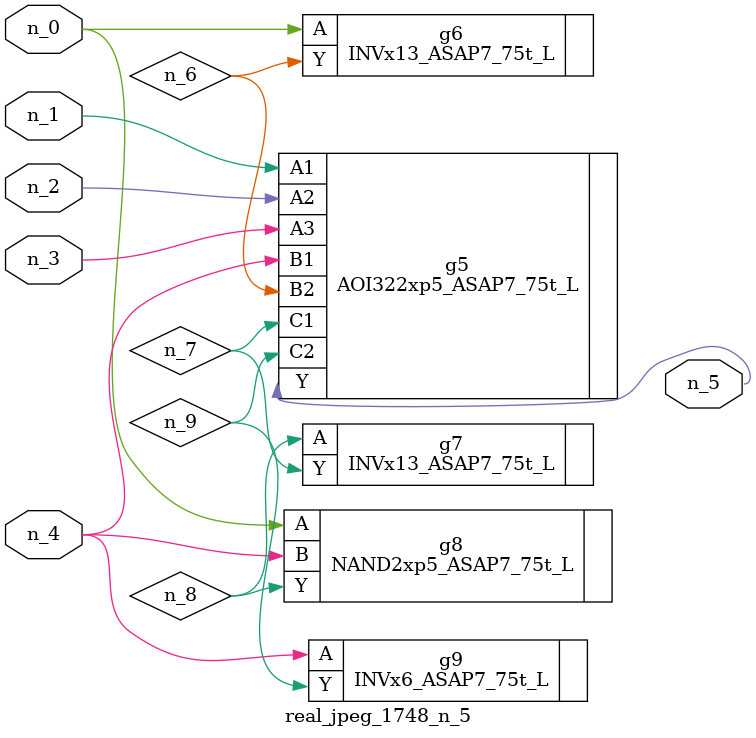
<source format=v>
module real_jpeg_1748_n_5 (n_4, n_0, n_1, n_2, n_3, n_5);

input n_4;
input n_0;
input n_1;
input n_2;
input n_3;

output n_5;

wire n_8;
wire n_6;
wire n_7;
wire n_9;

INVx13_ASAP7_75t_L g6 ( 
.A(n_0),
.Y(n_6)
);

NAND2xp5_ASAP7_75t_L g8 ( 
.A(n_0),
.B(n_4),
.Y(n_8)
);

AOI322xp5_ASAP7_75t_L g5 ( 
.A1(n_1),
.A2(n_2),
.A3(n_3),
.B1(n_4),
.B2(n_6),
.C1(n_7),
.C2(n_9),
.Y(n_5)
);

INVx6_ASAP7_75t_L g9 ( 
.A(n_4),
.Y(n_9)
);

INVx13_ASAP7_75t_L g7 ( 
.A(n_8),
.Y(n_7)
);


endmodule
</source>
